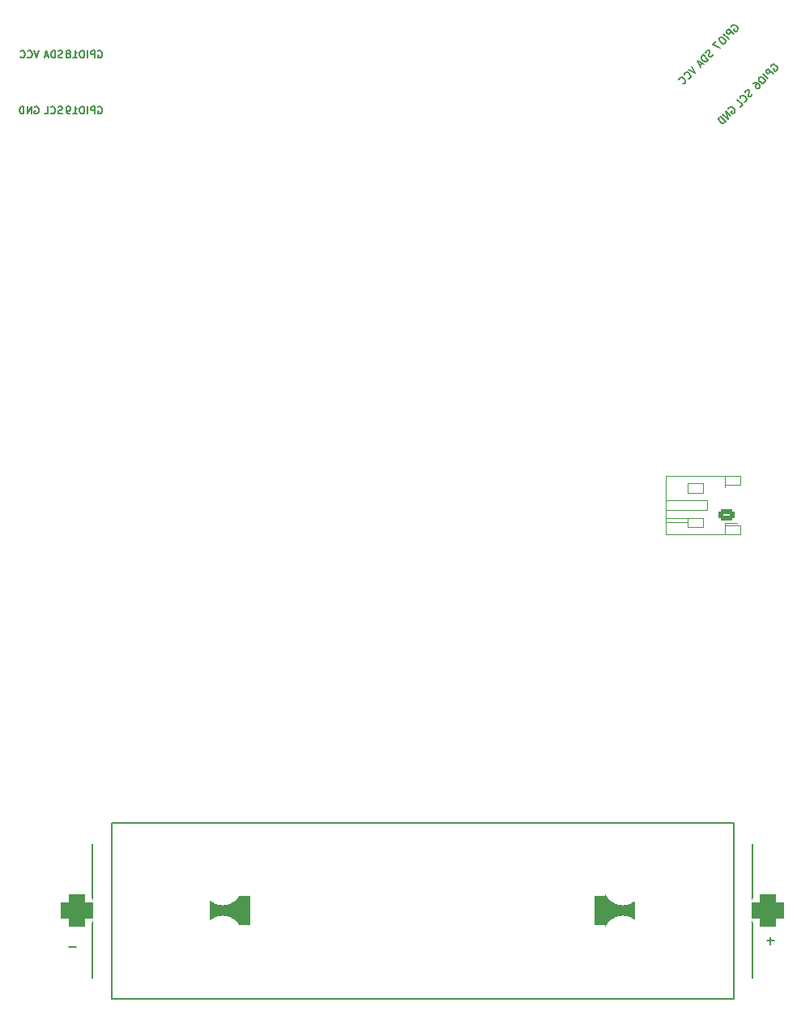
<source format=gbr>
%TF.GenerationSoftware,KiCad,Pcbnew,8.0.0*%
%TF.CreationDate,2024-03-10T20:39:49-05:00*%
%TF.ProjectId,B-Sides 2024,422d5369-6465-4732-9032-3032342e6b69,rev?*%
%TF.SameCoordinates,Original*%
%TF.FileFunction,Legend,Bot*%
%TF.FilePolarity,Positive*%
%FSLAX46Y46*%
G04 Gerber Fmt 4.6, Leading zero omitted, Abs format (unit mm)*
G04 Created by KiCad (PCBNEW 8.0.0) date 2024-03-10 20:39:49*
%MOMM*%
%LPD*%
G01*
G04 APERTURE LIST*
G04 Aperture macros list*
%AMRoundRect*
0 Rectangle with rounded corners*
0 $1 Rounding radius*
0 $2 $3 $4 $5 $6 $7 $8 $9 X,Y pos of 4 corners*
0 Add a 4 corners polygon primitive as box body*
4,1,4,$2,$3,$4,$5,$6,$7,$8,$9,$2,$3,0*
0 Add four circle primitives for the rounded corners*
1,1,$1+$1,$2,$3*
1,1,$1+$1,$4,$5*
1,1,$1+$1,$6,$7*
1,1,$1+$1,$8,$9*
0 Add four rect primitives between the rounded corners*
20,1,$1+$1,$2,$3,$4,$5,0*
20,1,$1+$1,$4,$5,$6,$7,0*
20,1,$1+$1,$6,$7,$8,$9,0*
20,1,$1+$1,$8,$9,$2,$3,0*%
%AMHorizOval*
0 Thick line with rounded ends*
0 $1 width*
0 $2 $3 position (X,Y) of the first rounded end (center of the circle)*
0 $4 $5 position (X,Y) of the second rounded end (center of the circle)*
0 Add line between two ends*
20,1,$1,$2,$3,$4,$5,0*
0 Add two circle primitives to create the rounded ends*
1,1,$1,$2,$3*
1,1,$1,$4,$5*%
%AMRotRect*
0 Rectangle, with rotation*
0 The origin of the aperture is its center*
0 $1 length*
0 $2 width*
0 $3 Rotation angle, in degrees counterclockwise*
0 Add horizontal line*
21,1,$1,$2,0,0,$3*%
G04 Aperture macros list end*
%ADD10C,0.150000*%
%ADD11C,0.120000*%
%ADD12HorizOval,4.300000X3.477333X0.931749X-3.477333X-0.931749X0*%
%ADD13HorizOval,4.300000X-3.477333X0.931749X3.477333X-0.931749X0*%
%ADD14R,1.727200X1.727200*%
%ADD15C,1.727200*%
%ADD16O,1.727200X1.727200*%
%ADD17RotRect,1.727200X1.727200X315.000000*%
%ADD18HorizOval,1.727200X0.000000X0.000000X0.000000X0.000000X0*%
%ADD19C,0.650000*%
%ADD20O,2.100000X1.000000*%
%ADD21O,1.800000X1.000000*%
%ADD22RoundRect,1.050000X-1.050000X1.500000X-1.050000X-1.500000X1.050000X-1.500000X1.050000X1.500000X0*%
%ADD23C,4.000000*%
%ADD24RoundRect,0.850000X-0.850000X0.850000X-0.850000X-0.850000X0.850000X-0.850000X0.850000X0.850000X0*%
%ADD25RoundRect,0.250000X0.625000X-0.350000X0.625000X0.350000X-0.625000X0.350000X-0.625000X-0.350000X0*%
%ADD26O,1.750000X1.200000*%
%ADD27RoundRect,1.050000X1.050000X-1.500000X1.050000X1.500000X-1.050000X1.500000X-1.050000X-1.500000X0*%
%ADD28RoundRect,0.850000X0.850000X-0.850000X0.850000X0.850000X-0.850000X0.850000X-0.850000X-0.850000X0*%
G04 APERTURE END LIST*
D10*
X139193220Y-134508866D02*
X138431316Y-134508866D01*
X138812268Y-134889819D02*
X138812268Y-134127914D01*
X66223220Y-135198866D02*
X65461316Y-135198866D01*
X68534285Y-41590878D02*
X68605714Y-41555164D01*
X68605714Y-41555164D02*
X68712856Y-41555164D01*
X68712856Y-41555164D02*
X68819999Y-41590878D01*
X68819999Y-41590878D02*
X68891428Y-41662307D01*
X68891428Y-41662307D02*
X68927142Y-41733735D01*
X68927142Y-41733735D02*
X68962856Y-41876592D01*
X68962856Y-41876592D02*
X68962856Y-41983735D01*
X68962856Y-41983735D02*
X68927142Y-42126592D01*
X68927142Y-42126592D02*
X68891428Y-42198021D01*
X68891428Y-42198021D02*
X68819999Y-42269450D01*
X68819999Y-42269450D02*
X68712856Y-42305164D01*
X68712856Y-42305164D02*
X68641428Y-42305164D01*
X68641428Y-42305164D02*
X68534285Y-42269450D01*
X68534285Y-42269450D02*
X68498571Y-42233735D01*
X68498571Y-42233735D02*
X68498571Y-41983735D01*
X68498571Y-41983735D02*
X68641428Y-41983735D01*
X68177142Y-42305164D02*
X68177142Y-41555164D01*
X68177142Y-41555164D02*
X67891428Y-41555164D01*
X67891428Y-41555164D02*
X67819999Y-41590878D01*
X67819999Y-41590878D02*
X67784285Y-41626592D01*
X67784285Y-41626592D02*
X67748571Y-41698021D01*
X67748571Y-41698021D02*
X67748571Y-41805164D01*
X67748571Y-41805164D02*
X67784285Y-41876592D01*
X67784285Y-41876592D02*
X67819999Y-41912307D01*
X67819999Y-41912307D02*
X67891428Y-41948021D01*
X67891428Y-41948021D02*
X68177142Y-41948021D01*
X67427142Y-42305164D02*
X67427142Y-41555164D01*
X66927142Y-41555164D02*
X66784285Y-41555164D01*
X66784285Y-41555164D02*
X66712856Y-41590878D01*
X66712856Y-41590878D02*
X66641428Y-41662307D01*
X66641428Y-41662307D02*
X66605713Y-41805164D01*
X66605713Y-41805164D02*
X66605713Y-42055164D01*
X66605713Y-42055164D02*
X66641428Y-42198021D01*
X66641428Y-42198021D02*
X66712856Y-42269450D01*
X66712856Y-42269450D02*
X66784285Y-42305164D01*
X66784285Y-42305164D02*
X66927142Y-42305164D01*
X66927142Y-42305164D02*
X66998571Y-42269450D01*
X66998571Y-42269450D02*
X67069999Y-42198021D01*
X67069999Y-42198021D02*
X67105713Y-42055164D01*
X67105713Y-42055164D02*
X67105713Y-41805164D01*
X67105713Y-41805164D02*
X67069999Y-41662307D01*
X67069999Y-41662307D02*
X66998571Y-41590878D01*
X66998571Y-41590878D02*
X66927142Y-41555164D01*
X65891428Y-42305164D02*
X66319999Y-42305164D01*
X66105714Y-42305164D02*
X66105714Y-41555164D01*
X66105714Y-41555164D02*
X66177142Y-41662307D01*
X66177142Y-41662307D02*
X66248571Y-41733735D01*
X66248571Y-41733735D02*
X66319999Y-41769450D01*
X65462856Y-41876592D02*
X65534285Y-41840878D01*
X65534285Y-41840878D02*
X65569999Y-41805164D01*
X65569999Y-41805164D02*
X65605713Y-41733735D01*
X65605713Y-41733735D02*
X65605713Y-41698021D01*
X65605713Y-41698021D02*
X65569999Y-41626592D01*
X65569999Y-41626592D02*
X65534285Y-41590878D01*
X65534285Y-41590878D02*
X65462856Y-41555164D01*
X65462856Y-41555164D02*
X65319999Y-41555164D01*
X65319999Y-41555164D02*
X65248571Y-41590878D01*
X65248571Y-41590878D02*
X65212856Y-41626592D01*
X65212856Y-41626592D02*
X65177142Y-41698021D01*
X65177142Y-41698021D02*
X65177142Y-41733735D01*
X65177142Y-41733735D02*
X65212856Y-41805164D01*
X65212856Y-41805164D02*
X65248571Y-41840878D01*
X65248571Y-41840878D02*
X65319999Y-41876592D01*
X65319999Y-41876592D02*
X65462856Y-41876592D01*
X65462856Y-41876592D02*
X65534285Y-41912307D01*
X65534285Y-41912307D02*
X65569999Y-41948021D01*
X65569999Y-41948021D02*
X65605713Y-42019450D01*
X65605713Y-42019450D02*
X65605713Y-42162307D01*
X65605713Y-42162307D02*
X65569999Y-42233735D01*
X65569999Y-42233735D02*
X65534285Y-42269450D01*
X65534285Y-42269450D02*
X65462856Y-42305164D01*
X65462856Y-42305164D02*
X65319999Y-42305164D01*
X65319999Y-42305164D02*
X65248571Y-42269450D01*
X65248571Y-42269450D02*
X65212856Y-42233735D01*
X65212856Y-42233735D02*
X65177142Y-42162307D01*
X65177142Y-42162307D02*
X65177142Y-42019450D01*
X65177142Y-42019450D02*
X65212856Y-41948021D01*
X65212856Y-41948021D02*
X65248571Y-41912307D01*
X65248571Y-41912307D02*
X65319999Y-41876592D01*
X61901428Y-47432878D02*
X61972857Y-47397164D01*
X61972857Y-47397164D02*
X62079999Y-47397164D01*
X62079999Y-47397164D02*
X62187142Y-47432878D01*
X62187142Y-47432878D02*
X62258571Y-47504307D01*
X62258571Y-47504307D02*
X62294285Y-47575735D01*
X62294285Y-47575735D02*
X62329999Y-47718592D01*
X62329999Y-47718592D02*
X62329999Y-47825735D01*
X62329999Y-47825735D02*
X62294285Y-47968592D01*
X62294285Y-47968592D02*
X62258571Y-48040021D01*
X62258571Y-48040021D02*
X62187142Y-48111450D01*
X62187142Y-48111450D02*
X62079999Y-48147164D01*
X62079999Y-48147164D02*
X62008571Y-48147164D01*
X62008571Y-48147164D02*
X61901428Y-48111450D01*
X61901428Y-48111450D02*
X61865714Y-48075735D01*
X61865714Y-48075735D02*
X61865714Y-47825735D01*
X61865714Y-47825735D02*
X62008571Y-47825735D01*
X61544285Y-48147164D02*
X61544285Y-47397164D01*
X61544285Y-47397164D02*
X61115714Y-48147164D01*
X61115714Y-48147164D02*
X61115714Y-47397164D01*
X60758571Y-48147164D02*
X60758571Y-47397164D01*
X60758571Y-47397164D02*
X60580000Y-47397164D01*
X60580000Y-47397164D02*
X60472857Y-47432878D01*
X60472857Y-47432878D02*
X60401428Y-47504307D01*
X60401428Y-47504307D02*
X60365714Y-47575735D01*
X60365714Y-47575735D02*
X60330000Y-47718592D01*
X60330000Y-47718592D02*
X60330000Y-47825735D01*
X60330000Y-47825735D02*
X60365714Y-47968592D01*
X60365714Y-47968592D02*
X60401428Y-48040021D01*
X60401428Y-48040021D02*
X60472857Y-48111450D01*
X60472857Y-48111450D02*
X60580000Y-48147164D01*
X60580000Y-48147164D02*
X60758571Y-48147164D01*
X68534285Y-47432878D02*
X68605714Y-47397164D01*
X68605714Y-47397164D02*
X68712856Y-47397164D01*
X68712856Y-47397164D02*
X68819999Y-47432878D01*
X68819999Y-47432878D02*
X68891428Y-47504307D01*
X68891428Y-47504307D02*
X68927142Y-47575735D01*
X68927142Y-47575735D02*
X68962856Y-47718592D01*
X68962856Y-47718592D02*
X68962856Y-47825735D01*
X68962856Y-47825735D02*
X68927142Y-47968592D01*
X68927142Y-47968592D02*
X68891428Y-48040021D01*
X68891428Y-48040021D02*
X68819999Y-48111450D01*
X68819999Y-48111450D02*
X68712856Y-48147164D01*
X68712856Y-48147164D02*
X68641428Y-48147164D01*
X68641428Y-48147164D02*
X68534285Y-48111450D01*
X68534285Y-48111450D02*
X68498571Y-48075735D01*
X68498571Y-48075735D02*
X68498571Y-47825735D01*
X68498571Y-47825735D02*
X68641428Y-47825735D01*
X68177142Y-48147164D02*
X68177142Y-47397164D01*
X68177142Y-47397164D02*
X67891428Y-47397164D01*
X67891428Y-47397164D02*
X67819999Y-47432878D01*
X67819999Y-47432878D02*
X67784285Y-47468592D01*
X67784285Y-47468592D02*
X67748571Y-47540021D01*
X67748571Y-47540021D02*
X67748571Y-47647164D01*
X67748571Y-47647164D02*
X67784285Y-47718592D01*
X67784285Y-47718592D02*
X67819999Y-47754307D01*
X67819999Y-47754307D02*
X67891428Y-47790021D01*
X67891428Y-47790021D02*
X68177142Y-47790021D01*
X67427142Y-48147164D02*
X67427142Y-47397164D01*
X66927142Y-47397164D02*
X66784285Y-47397164D01*
X66784285Y-47397164D02*
X66712856Y-47432878D01*
X66712856Y-47432878D02*
X66641428Y-47504307D01*
X66641428Y-47504307D02*
X66605713Y-47647164D01*
X66605713Y-47647164D02*
X66605713Y-47897164D01*
X66605713Y-47897164D02*
X66641428Y-48040021D01*
X66641428Y-48040021D02*
X66712856Y-48111450D01*
X66712856Y-48111450D02*
X66784285Y-48147164D01*
X66784285Y-48147164D02*
X66927142Y-48147164D01*
X66927142Y-48147164D02*
X66998571Y-48111450D01*
X66998571Y-48111450D02*
X67069999Y-48040021D01*
X67069999Y-48040021D02*
X67105713Y-47897164D01*
X67105713Y-47897164D02*
X67105713Y-47647164D01*
X67105713Y-47647164D02*
X67069999Y-47504307D01*
X67069999Y-47504307D02*
X66998571Y-47432878D01*
X66998571Y-47432878D02*
X66927142Y-47397164D01*
X65891428Y-48147164D02*
X66319999Y-48147164D01*
X66105714Y-48147164D02*
X66105714Y-47397164D01*
X66105714Y-47397164D02*
X66177142Y-47504307D01*
X66177142Y-47504307D02*
X66248571Y-47575735D01*
X66248571Y-47575735D02*
X66319999Y-47611450D01*
X65534285Y-48147164D02*
X65391428Y-48147164D01*
X65391428Y-48147164D02*
X65319999Y-48111450D01*
X65319999Y-48111450D02*
X65284285Y-48075735D01*
X65284285Y-48075735D02*
X65212856Y-47968592D01*
X65212856Y-47968592D02*
X65177142Y-47825735D01*
X65177142Y-47825735D02*
X65177142Y-47540021D01*
X65177142Y-47540021D02*
X65212856Y-47468592D01*
X65212856Y-47468592D02*
X65248571Y-47432878D01*
X65248571Y-47432878D02*
X65319999Y-47397164D01*
X65319999Y-47397164D02*
X65462856Y-47397164D01*
X65462856Y-47397164D02*
X65534285Y-47432878D01*
X65534285Y-47432878D02*
X65569999Y-47468592D01*
X65569999Y-47468592D02*
X65605713Y-47540021D01*
X65605713Y-47540021D02*
X65605713Y-47718592D01*
X65605713Y-47718592D02*
X65569999Y-47790021D01*
X65569999Y-47790021D02*
X65534285Y-47825735D01*
X65534285Y-47825735D02*
X65462856Y-47861450D01*
X65462856Y-47861450D02*
X65319999Y-47861450D01*
X65319999Y-47861450D02*
X65248571Y-47825735D01*
X65248571Y-47825735D02*
X65212856Y-47790021D01*
X65212856Y-47790021D02*
X65177142Y-47718592D01*
X62329999Y-41555164D02*
X62079999Y-42305164D01*
X62079999Y-42305164D02*
X61829999Y-41555164D01*
X61151428Y-42233735D02*
X61187142Y-42269450D01*
X61187142Y-42269450D02*
X61294285Y-42305164D01*
X61294285Y-42305164D02*
X61365713Y-42305164D01*
X61365713Y-42305164D02*
X61472856Y-42269450D01*
X61472856Y-42269450D02*
X61544285Y-42198021D01*
X61544285Y-42198021D02*
X61579999Y-42126592D01*
X61579999Y-42126592D02*
X61615713Y-41983735D01*
X61615713Y-41983735D02*
X61615713Y-41876592D01*
X61615713Y-41876592D02*
X61579999Y-41733735D01*
X61579999Y-41733735D02*
X61544285Y-41662307D01*
X61544285Y-41662307D02*
X61472856Y-41590878D01*
X61472856Y-41590878D02*
X61365713Y-41555164D01*
X61365713Y-41555164D02*
X61294285Y-41555164D01*
X61294285Y-41555164D02*
X61187142Y-41590878D01*
X61187142Y-41590878D02*
X61151428Y-41626592D01*
X60401428Y-42233735D02*
X60437142Y-42269450D01*
X60437142Y-42269450D02*
X60544285Y-42305164D01*
X60544285Y-42305164D02*
X60615713Y-42305164D01*
X60615713Y-42305164D02*
X60722856Y-42269450D01*
X60722856Y-42269450D02*
X60794285Y-42198021D01*
X60794285Y-42198021D02*
X60829999Y-42126592D01*
X60829999Y-42126592D02*
X60865713Y-41983735D01*
X60865713Y-41983735D02*
X60865713Y-41876592D01*
X60865713Y-41876592D02*
X60829999Y-41733735D01*
X60829999Y-41733735D02*
X60794285Y-41662307D01*
X60794285Y-41662307D02*
X60722856Y-41590878D01*
X60722856Y-41590878D02*
X60615713Y-41555164D01*
X60615713Y-41555164D02*
X60544285Y-41555164D01*
X60544285Y-41555164D02*
X60437142Y-41590878D01*
X60437142Y-41590878D02*
X60401428Y-41626592D01*
X64762856Y-48111450D02*
X64655714Y-48147164D01*
X64655714Y-48147164D02*
X64477142Y-48147164D01*
X64477142Y-48147164D02*
X64405714Y-48111450D01*
X64405714Y-48111450D02*
X64369999Y-48075735D01*
X64369999Y-48075735D02*
X64334285Y-48004307D01*
X64334285Y-48004307D02*
X64334285Y-47932878D01*
X64334285Y-47932878D02*
X64369999Y-47861450D01*
X64369999Y-47861450D02*
X64405714Y-47825735D01*
X64405714Y-47825735D02*
X64477142Y-47790021D01*
X64477142Y-47790021D02*
X64619999Y-47754307D01*
X64619999Y-47754307D02*
X64691428Y-47718592D01*
X64691428Y-47718592D02*
X64727142Y-47682878D01*
X64727142Y-47682878D02*
X64762856Y-47611450D01*
X64762856Y-47611450D02*
X64762856Y-47540021D01*
X64762856Y-47540021D02*
X64727142Y-47468592D01*
X64727142Y-47468592D02*
X64691428Y-47432878D01*
X64691428Y-47432878D02*
X64619999Y-47397164D01*
X64619999Y-47397164D02*
X64441428Y-47397164D01*
X64441428Y-47397164D02*
X64334285Y-47432878D01*
X63584285Y-48075735D02*
X63619999Y-48111450D01*
X63619999Y-48111450D02*
X63727142Y-48147164D01*
X63727142Y-48147164D02*
X63798570Y-48147164D01*
X63798570Y-48147164D02*
X63905713Y-48111450D01*
X63905713Y-48111450D02*
X63977142Y-48040021D01*
X63977142Y-48040021D02*
X64012856Y-47968592D01*
X64012856Y-47968592D02*
X64048570Y-47825735D01*
X64048570Y-47825735D02*
X64048570Y-47718592D01*
X64048570Y-47718592D02*
X64012856Y-47575735D01*
X64012856Y-47575735D02*
X63977142Y-47504307D01*
X63977142Y-47504307D02*
X63905713Y-47432878D01*
X63905713Y-47432878D02*
X63798570Y-47397164D01*
X63798570Y-47397164D02*
X63727142Y-47397164D01*
X63727142Y-47397164D02*
X63619999Y-47432878D01*
X63619999Y-47432878D02*
X63584285Y-47468592D01*
X62905713Y-48147164D02*
X63262856Y-48147164D01*
X63262856Y-48147164D02*
X63262856Y-47397164D01*
X64780713Y-42269450D02*
X64673571Y-42305164D01*
X64673571Y-42305164D02*
X64494999Y-42305164D01*
X64494999Y-42305164D02*
X64423571Y-42269450D01*
X64423571Y-42269450D02*
X64387856Y-42233735D01*
X64387856Y-42233735D02*
X64352142Y-42162307D01*
X64352142Y-42162307D02*
X64352142Y-42090878D01*
X64352142Y-42090878D02*
X64387856Y-42019450D01*
X64387856Y-42019450D02*
X64423571Y-41983735D01*
X64423571Y-41983735D02*
X64494999Y-41948021D01*
X64494999Y-41948021D02*
X64637856Y-41912307D01*
X64637856Y-41912307D02*
X64709285Y-41876592D01*
X64709285Y-41876592D02*
X64744999Y-41840878D01*
X64744999Y-41840878D02*
X64780713Y-41769450D01*
X64780713Y-41769450D02*
X64780713Y-41698021D01*
X64780713Y-41698021D02*
X64744999Y-41626592D01*
X64744999Y-41626592D02*
X64709285Y-41590878D01*
X64709285Y-41590878D02*
X64637856Y-41555164D01*
X64637856Y-41555164D02*
X64459285Y-41555164D01*
X64459285Y-41555164D02*
X64352142Y-41590878D01*
X64030713Y-42305164D02*
X64030713Y-41555164D01*
X64030713Y-41555164D02*
X63852142Y-41555164D01*
X63852142Y-41555164D02*
X63744999Y-41590878D01*
X63744999Y-41590878D02*
X63673570Y-41662307D01*
X63673570Y-41662307D02*
X63637856Y-41733735D01*
X63637856Y-41733735D02*
X63602142Y-41876592D01*
X63602142Y-41876592D02*
X63602142Y-41983735D01*
X63602142Y-41983735D02*
X63637856Y-42126592D01*
X63637856Y-42126592D02*
X63673570Y-42198021D01*
X63673570Y-42198021D02*
X63744999Y-42269450D01*
X63744999Y-42269450D02*
X63852142Y-42305164D01*
X63852142Y-42305164D02*
X64030713Y-42305164D01*
X63316427Y-42090878D02*
X62959285Y-42090878D01*
X63387856Y-42305164D02*
X63137856Y-41555164D01*
X63137856Y-41555164D02*
X62887856Y-42305164D01*
X130562532Y-43178189D02*
X130916086Y-43885296D01*
X130916086Y-43885296D02*
X130208979Y-43531743D01*
X130208979Y-44491388D02*
X130259486Y-44491388D01*
X130259486Y-44491388D02*
X130360502Y-44440880D01*
X130360502Y-44440880D02*
X130411009Y-44390372D01*
X130411009Y-44390372D02*
X130461517Y-44289357D01*
X130461517Y-44289357D02*
X130461517Y-44188342D01*
X130461517Y-44188342D02*
X130436263Y-44112580D01*
X130436263Y-44112580D02*
X130360502Y-43986311D01*
X130360502Y-43986311D02*
X130284740Y-43910550D01*
X130284740Y-43910550D02*
X130158471Y-43834788D01*
X130158471Y-43834788D02*
X130082710Y-43809535D01*
X130082710Y-43809535D02*
X129981695Y-43809535D01*
X129981695Y-43809535D02*
X129880679Y-43860042D01*
X129880679Y-43860042D02*
X129830172Y-43910550D01*
X129830172Y-43910550D02*
X129779664Y-44011565D01*
X129779664Y-44011565D02*
X129779664Y-44062073D01*
X129678649Y-45021718D02*
X129729156Y-45021718D01*
X129729156Y-45021718D02*
X129830172Y-44971210D01*
X129830172Y-44971210D02*
X129880679Y-44920702D01*
X129880679Y-44920702D02*
X129931187Y-44819687D01*
X129931187Y-44819687D02*
X129931187Y-44718672D01*
X129931187Y-44718672D02*
X129905933Y-44642910D01*
X129905933Y-44642910D02*
X129830172Y-44516641D01*
X129830172Y-44516641D02*
X129754410Y-44440880D01*
X129754410Y-44440880D02*
X129628141Y-44365119D01*
X129628141Y-44365119D02*
X129552380Y-44339865D01*
X129552380Y-44339865D02*
X129451364Y-44339865D01*
X129451364Y-44339865D02*
X129350349Y-44390372D01*
X129350349Y-44390372D02*
X129299842Y-44440880D01*
X129299842Y-44440880D02*
X129249334Y-44541895D01*
X129249334Y-44541895D02*
X129249334Y-44592403D01*
X134722341Y-39068889D02*
X134747594Y-38993127D01*
X134747594Y-38993127D02*
X134823356Y-38917366D01*
X134823356Y-38917366D02*
X134924371Y-38866858D01*
X134924371Y-38866858D02*
X135025386Y-38866858D01*
X135025386Y-38866858D02*
X135101148Y-38892112D01*
X135101148Y-38892112D02*
X135227417Y-38967873D01*
X135227417Y-38967873D02*
X135303178Y-39043635D01*
X135303178Y-39043635D02*
X135378940Y-39169904D01*
X135378940Y-39169904D02*
X135404193Y-39245665D01*
X135404193Y-39245665D02*
X135404193Y-39346681D01*
X135404193Y-39346681D02*
X135353686Y-39447696D01*
X135353686Y-39447696D02*
X135303178Y-39498204D01*
X135303178Y-39498204D02*
X135202163Y-39548711D01*
X135202163Y-39548711D02*
X135151655Y-39548711D01*
X135151655Y-39548711D02*
X134974879Y-39371934D01*
X134974879Y-39371934D02*
X135075894Y-39270919D01*
X134974879Y-39826503D02*
X134444549Y-39296173D01*
X134444549Y-39296173D02*
X134242518Y-39498204D01*
X134242518Y-39498204D02*
X134217264Y-39573965D01*
X134217264Y-39573965D02*
X134217264Y-39624473D01*
X134217264Y-39624473D02*
X134242518Y-39700234D01*
X134242518Y-39700234D02*
X134318279Y-39775995D01*
X134318279Y-39775995D02*
X134394041Y-39801249D01*
X134394041Y-39801249D02*
X134444549Y-39801249D01*
X134444549Y-39801249D02*
X134520310Y-39775995D01*
X134520310Y-39775995D02*
X134722341Y-39573965D01*
X134444549Y-40356833D02*
X133914218Y-39826503D01*
X133560665Y-40180057D02*
X133459650Y-40281072D01*
X133459650Y-40281072D02*
X133434396Y-40356833D01*
X133434396Y-40356833D02*
X133434396Y-40457849D01*
X133434396Y-40457849D02*
X133510157Y-40584118D01*
X133510157Y-40584118D02*
X133686934Y-40760894D01*
X133686934Y-40760894D02*
X133813203Y-40836656D01*
X133813203Y-40836656D02*
X133914218Y-40836656D01*
X133914218Y-40836656D02*
X133989980Y-40811402D01*
X133989980Y-40811402D02*
X134090995Y-40710387D01*
X134090995Y-40710387D02*
X134116249Y-40634625D01*
X134116249Y-40634625D02*
X134116249Y-40533610D01*
X134116249Y-40533610D02*
X134040487Y-40407341D01*
X134040487Y-40407341D02*
X133863711Y-40230564D01*
X133863711Y-40230564D02*
X133737442Y-40154803D01*
X133737442Y-40154803D02*
X133636426Y-40154803D01*
X133636426Y-40154803D02*
X133560665Y-40180057D01*
X133156604Y-40584117D02*
X132803051Y-40937671D01*
X132803051Y-40937671D02*
X133560665Y-41240717D01*
X136918816Y-46093893D02*
X136868309Y-46194908D01*
X136868309Y-46194908D02*
X136742039Y-46321177D01*
X136742039Y-46321177D02*
X136666278Y-46346431D01*
X136666278Y-46346431D02*
X136615770Y-46346431D01*
X136615770Y-46346431D02*
X136540009Y-46321177D01*
X136540009Y-46321177D02*
X136489501Y-46270670D01*
X136489501Y-46270670D02*
X136464248Y-46194908D01*
X136464248Y-46194908D02*
X136464248Y-46144401D01*
X136464248Y-46144401D02*
X136489501Y-46068639D01*
X136489501Y-46068639D02*
X136565263Y-45942370D01*
X136565263Y-45942370D02*
X136590517Y-45866609D01*
X136590517Y-45866609D02*
X136590517Y-45816101D01*
X136590517Y-45816101D02*
X136565263Y-45740340D01*
X136565263Y-45740340D02*
X136514755Y-45689832D01*
X136514755Y-45689832D02*
X136438994Y-45664578D01*
X136438994Y-45664578D02*
X136388486Y-45664578D01*
X136388486Y-45664578D02*
X136312725Y-45689832D01*
X136312725Y-45689832D02*
X136186456Y-45816101D01*
X136186456Y-45816101D02*
X136135948Y-45917116D01*
X136060186Y-46902015D02*
X136110694Y-46902015D01*
X136110694Y-46902015D02*
X136211709Y-46851508D01*
X136211709Y-46851508D02*
X136262217Y-46801000D01*
X136262217Y-46801000D02*
X136312724Y-46699985D01*
X136312724Y-46699985D02*
X136312724Y-46598969D01*
X136312724Y-46598969D02*
X136287471Y-46523208D01*
X136287471Y-46523208D02*
X136211709Y-46396939D01*
X136211709Y-46396939D02*
X136135948Y-46321177D01*
X136135948Y-46321177D02*
X136009679Y-46245416D01*
X136009679Y-46245416D02*
X135933917Y-46220162D01*
X135933917Y-46220162D02*
X135832902Y-46220162D01*
X135832902Y-46220162D02*
X135731887Y-46270670D01*
X135731887Y-46270670D02*
X135681379Y-46321177D01*
X135681379Y-46321177D02*
X135630871Y-46422193D01*
X135630871Y-46422193D02*
X135630871Y-46472700D01*
X135630871Y-47432345D02*
X135883410Y-47179807D01*
X135883410Y-47179807D02*
X135353080Y-46649477D01*
X134415659Y-47637407D02*
X134440912Y-47561645D01*
X134440912Y-47561645D02*
X134516674Y-47485884D01*
X134516674Y-47485884D02*
X134617689Y-47435376D01*
X134617689Y-47435376D02*
X134718704Y-47435376D01*
X134718704Y-47435376D02*
X134794466Y-47460630D01*
X134794466Y-47460630D02*
X134920735Y-47536391D01*
X134920735Y-47536391D02*
X134996496Y-47612153D01*
X134996496Y-47612153D02*
X135072258Y-47738422D01*
X135072258Y-47738422D02*
X135097511Y-47814183D01*
X135097511Y-47814183D02*
X135097511Y-47915199D01*
X135097511Y-47915199D02*
X135047004Y-48016214D01*
X135047004Y-48016214D02*
X134996496Y-48066722D01*
X134996496Y-48066722D02*
X134895481Y-48117229D01*
X134895481Y-48117229D02*
X134844973Y-48117229D01*
X134844973Y-48117229D02*
X134668197Y-47940452D01*
X134668197Y-47940452D02*
X134769212Y-47839437D01*
X134668197Y-48395021D02*
X134137867Y-47864691D01*
X134137867Y-47864691D02*
X134365151Y-48698067D01*
X134365151Y-48698067D02*
X133834821Y-48167737D01*
X134112613Y-48950605D02*
X133582283Y-48420275D01*
X133582283Y-48420275D02*
X133456014Y-48546544D01*
X133456014Y-48546544D02*
X133405506Y-48647559D01*
X133405506Y-48647559D02*
X133405506Y-48748574D01*
X133405506Y-48748574D02*
X133430760Y-48824336D01*
X133430760Y-48824336D02*
X133506521Y-48950605D01*
X133506521Y-48950605D02*
X133582283Y-49026366D01*
X133582283Y-49026366D02*
X133708552Y-49102128D01*
X133708552Y-49102128D02*
X133784313Y-49127381D01*
X133784313Y-49127381D02*
X133885329Y-49127381D01*
X133885329Y-49127381D02*
X133986344Y-49076874D01*
X133986344Y-49076874D02*
X134112613Y-48950605D01*
X138853259Y-43199807D02*
X138878512Y-43124045D01*
X138878512Y-43124045D02*
X138954274Y-43048284D01*
X138954274Y-43048284D02*
X139055289Y-42997776D01*
X139055289Y-42997776D02*
X139156304Y-42997776D01*
X139156304Y-42997776D02*
X139232066Y-43023030D01*
X139232066Y-43023030D02*
X139358335Y-43098791D01*
X139358335Y-43098791D02*
X139434096Y-43174553D01*
X139434096Y-43174553D02*
X139509858Y-43300822D01*
X139509858Y-43300822D02*
X139535111Y-43376583D01*
X139535111Y-43376583D02*
X139535111Y-43477599D01*
X139535111Y-43477599D02*
X139484604Y-43578614D01*
X139484604Y-43578614D02*
X139434096Y-43629122D01*
X139434096Y-43629122D02*
X139333081Y-43679629D01*
X139333081Y-43679629D02*
X139282573Y-43679629D01*
X139282573Y-43679629D02*
X139105797Y-43502852D01*
X139105797Y-43502852D02*
X139206812Y-43401837D01*
X139105797Y-43957421D02*
X138575467Y-43427091D01*
X138575467Y-43427091D02*
X138373436Y-43629122D01*
X138373436Y-43629122D02*
X138348182Y-43704883D01*
X138348182Y-43704883D02*
X138348182Y-43755391D01*
X138348182Y-43755391D02*
X138373436Y-43831152D01*
X138373436Y-43831152D02*
X138449197Y-43906913D01*
X138449197Y-43906913D02*
X138524959Y-43932167D01*
X138524959Y-43932167D02*
X138575467Y-43932167D01*
X138575467Y-43932167D02*
X138651228Y-43906913D01*
X138651228Y-43906913D02*
X138853259Y-43704883D01*
X138575467Y-44487751D02*
X138045136Y-43957421D01*
X137691583Y-44310975D02*
X137590568Y-44411990D01*
X137590568Y-44411990D02*
X137565314Y-44487751D01*
X137565314Y-44487751D02*
X137565314Y-44588767D01*
X137565314Y-44588767D02*
X137641075Y-44715036D01*
X137641075Y-44715036D02*
X137817852Y-44891812D01*
X137817852Y-44891812D02*
X137944121Y-44967574D01*
X137944121Y-44967574D02*
X138045136Y-44967574D01*
X138045136Y-44967574D02*
X138120898Y-44942320D01*
X138120898Y-44942320D02*
X138221913Y-44841305D01*
X138221913Y-44841305D02*
X138247167Y-44765543D01*
X138247167Y-44765543D02*
X138247167Y-44664528D01*
X138247167Y-44664528D02*
X138171405Y-44538259D01*
X138171405Y-44538259D02*
X137994629Y-44361482D01*
X137994629Y-44361482D02*
X137868360Y-44285721D01*
X137868360Y-44285721D02*
X137767344Y-44285721D01*
X137767344Y-44285721D02*
X137691583Y-44310975D01*
X137009730Y-44992827D02*
X137110745Y-44891812D01*
X137110745Y-44891812D02*
X137186507Y-44866558D01*
X137186507Y-44866558D02*
X137237015Y-44866558D01*
X137237015Y-44866558D02*
X137363284Y-44891812D01*
X137363284Y-44891812D02*
X137489553Y-44967574D01*
X137489553Y-44967574D02*
X137691583Y-45169604D01*
X137691583Y-45169604D02*
X137716837Y-45245365D01*
X137716837Y-45245365D02*
X137716837Y-45295873D01*
X137716837Y-45295873D02*
X137691583Y-45371635D01*
X137691583Y-45371635D02*
X137590568Y-45472650D01*
X137590568Y-45472650D02*
X137514806Y-45497904D01*
X137514806Y-45497904D02*
X137464299Y-45497904D01*
X137464299Y-45497904D02*
X137388537Y-45472650D01*
X137388537Y-45472650D02*
X137262268Y-45346381D01*
X137262268Y-45346381D02*
X137237015Y-45270619D01*
X137237015Y-45270619D02*
X137237015Y-45220112D01*
X137237015Y-45220112D02*
X137262268Y-45144350D01*
X137262268Y-45144350D02*
X137363284Y-45043335D01*
X137363284Y-45043335D02*
X137439045Y-45018081D01*
X137439045Y-45018081D02*
X137489553Y-45018081D01*
X137489553Y-45018081D02*
X137565314Y-45043335D01*
X132800526Y-41950349D02*
X132750018Y-42051364D01*
X132750018Y-42051364D02*
X132623749Y-42177633D01*
X132623749Y-42177633D02*
X132547988Y-42202887D01*
X132547988Y-42202887D02*
X132497480Y-42202887D01*
X132497480Y-42202887D02*
X132421719Y-42177633D01*
X132421719Y-42177633D02*
X132371211Y-42127126D01*
X132371211Y-42127126D02*
X132345957Y-42051364D01*
X132345957Y-42051364D02*
X132345957Y-42000857D01*
X132345957Y-42000857D02*
X132371211Y-41925095D01*
X132371211Y-41925095D02*
X132446973Y-41798826D01*
X132446973Y-41798826D02*
X132472226Y-41723065D01*
X132472226Y-41723065D02*
X132472226Y-41672557D01*
X132472226Y-41672557D02*
X132446973Y-41596796D01*
X132446973Y-41596796D02*
X132396465Y-41546288D01*
X132396465Y-41546288D02*
X132320704Y-41521034D01*
X132320704Y-41521034D02*
X132270196Y-41521034D01*
X132270196Y-41521034D02*
X132194434Y-41546288D01*
X132194434Y-41546288D02*
X132068165Y-41672557D01*
X132068165Y-41672557D02*
X132017658Y-41773572D01*
X132295450Y-42505933D02*
X131765119Y-41975603D01*
X131765119Y-41975603D02*
X131638850Y-42101872D01*
X131638850Y-42101872D02*
X131588343Y-42202887D01*
X131588343Y-42202887D02*
X131588343Y-42303903D01*
X131588343Y-42303903D02*
X131613597Y-42379664D01*
X131613597Y-42379664D02*
X131689358Y-42505933D01*
X131689358Y-42505933D02*
X131765119Y-42581695D01*
X131765119Y-42581695D02*
X131891389Y-42657456D01*
X131891389Y-42657456D02*
X131967150Y-42682710D01*
X131967150Y-42682710D02*
X132068165Y-42682710D01*
X132068165Y-42682710D02*
X132169180Y-42632202D01*
X132169180Y-42632202D02*
X132295450Y-42505933D01*
X131638850Y-42859487D02*
X131386312Y-43112025D01*
X131840881Y-42960502D02*
X131133774Y-42606948D01*
X131133774Y-42606948D02*
X131487327Y-43314055D01*
%TO.C,J5*%
X67945000Y-124380000D02*
X67945000Y-138380000D01*
X67945000Y-124380000D02*
X67945000Y-138380000D01*
X69935000Y-122180000D02*
X102445000Y-122180000D01*
X69945000Y-140580000D02*
X69945000Y-122180000D01*
X69945000Y-140580000D02*
X69945000Y-122180000D01*
X102445000Y-140580000D02*
X69925000Y-140580000D01*
D11*
%TO.C,J10*%
X127860000Y-85970000D02*
X127860000Y-92090000D01*
X127860000Y-88530000D02*
X132220000Y-88530000D01*
X127860000Y-90330000D02*
X130120000Y-90330000D01*
X127860000Y-90830000D02*
X130120000Y-90830000D01*
X127860000Y-92090000D02*
X135680000Y-92090000D01*
X130120000Y-86730000D02*
X131720000Y-86730000D01*
X130120000Y-87730000D02*
X130120000Y-86730000D01*
X130120000Y-90330000D02*
X130120000Y-91330000D01*
X130120000Y-91330000D02*
X131720000Y-91330000D01*
X131720000Y-86730000D02*
X131720000Y-87730000D01*
X131720000Y-87730000D02*
X130120000Y-87730000D01*
X131720000Y-90330000D02*
X130120000Y-90330000D01*
X131720000Y-91330000D02*
X131720000Y-90330000D01*
X132220000Y-88530000D02*
X132220000Y-89530000D01*
X132220000Y-89530000D02*
X127860000Y-89530000D01*
X134080000Y-86890000D02*
X134080000Y-85970000D01*
X134080000Y-86890000D02*
X135680000Y-86890000D01*
X134080000Y-87170000D02*
X134080000Y-86890000D01*
X134080000Y-91170000D02*
X134080000Y-90890000D01*
X134080000Y-91170000D02*
X134080000Y-92090000D01*
X135295000Y-90890000D02*
X134080000Y-90890000D01*
X135680000Y-85970000D02*
X127860000Y-85970000D01*
X135680000Y-86890000D02*
X135680000Y-85970000D01*
X135680000Y-91170000D02*
X134080000Y-91170000D01*
X135680000Y-92090000D02*
X135680000Y-91170000D01*
D10*
%TO.C,J2*%
X102445000Y-122180000D02*
X134965000Y-122180000D01*
X134945000Y-122180000D02*
X134945000Y-140580000D01*
X134945000Y-122180000D02*
X134945000Y-140580000D01*
X134955000Y-140580000D02*
X102445000Y-140580000D01*
X136945000Y-138380000D02*
X136945000Y-124380000D01*
X136945000Y-138380000D02*
X136945000Y-124380000D01*
%TD*%
%LPC*%
D12*
%TO.C,H2*%
X75000000Y-37000000D03*
%TD*%
D13*
%TO.C,H1*%
X125000000Y-37500000D03*
%TD*%
D14*
%TO.C,J3*%
X61390000Y-43510000D03*
D15*
X61390000Y-46050000D03*
D16*
X63930000Y-43510000D03*
X63930000Y-46050000D03*
D15*
X66470000Y-43510000D03*
X66470000Y-46050000D03*
%TD*%
D17*
%TO.C,J4*%
X131280131Y-45225147D03*
D15*
X133076182Y-47021199D03*
D18*
X133076182Y-43429096D03*
X134872233Y-45225147D03*
D15*
X134872233Y-41633045D03*
X136668284Y-43429096D03*
%TD*%
D19*
%TO.C,J9*%
X140455000Y-86000000D03*
X140455000Y-80220000D03*
D20*
X139955000Y-87430000D03*
D21*
X144135000Y-87430000D03*
D20*
X139955000Y-78790000D03*
D21*
X144135000Y-78790000D03*
%TD*%
D22*
%TO.C,J5*%
X82320000Y-131380000D03*
D23*
X81545000Y-133920000D03*
X81545000Y-128840000D03*
X73945000Y-131380000D03*
D24*
X66320000Y-131380000D03*
%TD*%
D25*
%TO.C,J10*%
X134220000Y-90030000D03*
D26*
X134220000Y-88030000D03*
%TD*%
D27*
%TO.C,J2*%
X122570000Y-131380000D03*
D23*
X123345000Y-128840000D03*
X123345000Y-133920000D03*
X130945000Y-131380000D03*
D28*
X138570000Y-131380000D03*
%TD*%
%LPD*%
M02*

</source>
